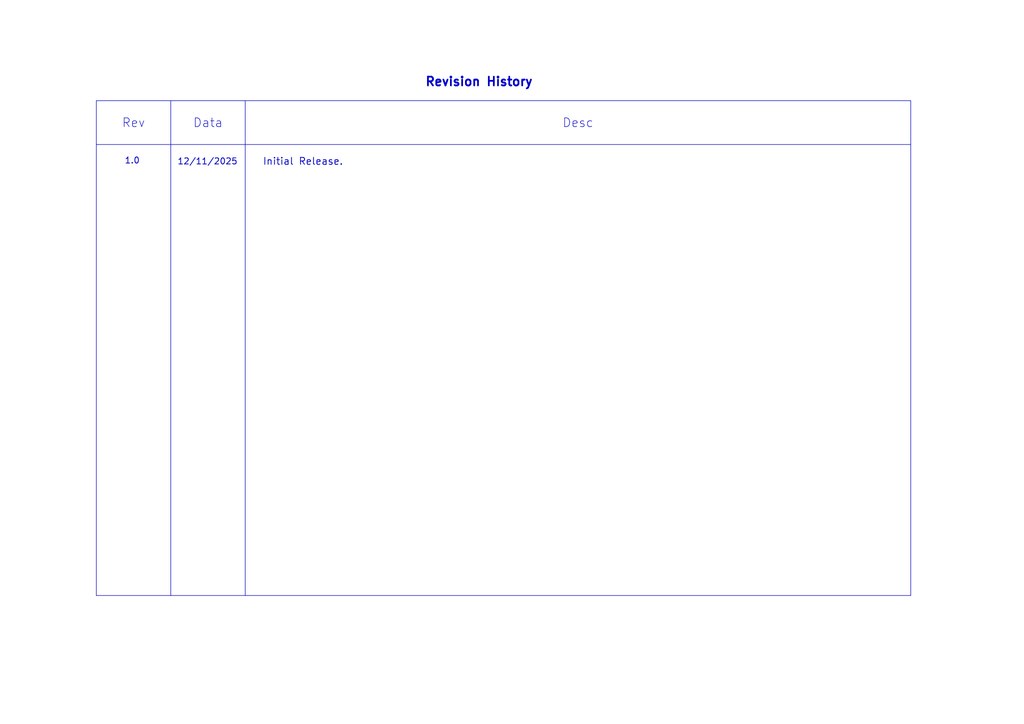
<source format=kicad_sch>
(kicad_sch
	(version 20250114)
	(generator "eeschema")
	(generator_version "9.0")
	(uuid "ab1918d7-2bbe-487f-aa5b-051eab251b31")
	(paper "A4")
	(title_block
		(title "Revision History")
		(rev "v1.0")
		(company "RICKY")
	)
	(lib_symbols)
	(text "1.0"
		(exclude_from_sim no)
		(at 38.354 46.736 0)
		(effects
			(font
				(size 1.778 1.778)
				(thickness 0.2223)
			)
		)
		(uuid "3c2bed2e-414d-49da-bdc9-060341942377")
	)
	(text "Revision History"
		(exclude_from_sim no)
		(at 138.938 23.876 0)
		(effects
			(font
				(size 2.54 2.54)
				(thickness 0.508)
				(bold yes)
			)
		)
		(uuid "8b751052-c802-4aee-ab06-ca3c82116f51")
	)
	(text "12/11/2025"
		(exclude_from_sim no)
		(at 60.198 46.99 0)
		(effects
			(font
				(size 1.778 1.778)
				(thickness 0.2223)
			)
		)
		(uuid "95b73383-c450-4301-a942-dfb8ed20560f")
	)
	(text "Initial Release."
		(exclude_from_sim no)
		(at 87.884 46.99 0)
		(effects
			(font
				(size 2.032 2.032)
				(thickness 0.2223)
			)
		)
		(uuid "fffdeb18-f7c5-448f-9de0-f0d4636edd21")
	)
	(table
		(column_count 3)
		(border
			(external yes)
			(header yes)
			(stroke
				(width 0)
				(type solid)
			)
		)
		(separators
			(rows yes)
			(cols yes)
			(stroke
				(width 0)
				(type solid)
			)
		)
		(column_widths 21.59 21.59 193.04)
		(row_heights 12.7 130.81)
		(cells
			(table_cell "Rev"
				(exclude_from_sim no)
				(at 27.94 29.21 0)
				(size 21.59 12.7)
				(margins 0.9525 0.9525 0.9525 0.9525)
				(span 1 1)
				(fill
					(type none)
				)
				(effects
					(font
						(size 2.54 2.54)
					)
				)
				(uuid "6db4ec4f-9c58-4cfa-b444-1198f628aefe")
			)
			(table_cell "Data"
				(exclude_from_sim no)
				(at 49.53 29.21 0)
				(size 21.59 12.7)
				(margins 0.9525 0.9525 0.9525 0.9525)
				(span 1 1)
				(fill
					(type none)
				)
				(effects
					(font
						(size 2.54 2.54)
					)
				)
				(uuid "7226be4b-0be3-4b0a-8832-73eeab5dcfbf")
			)
			(table_cell "Desc"
				(exclude_from_sim no)
				(at 71.12 29.21 0)
				(size 193.04 12.7)
				(margins 0.9525 0.9525 0.9525 0.9525)
				(span 1 1)
				(fill
					(type none)
				)
				(effects
					(font
						(size 2.54 2.54)
					)
				)
				(uuid "81059d9a-e193-4a05-8377-946bf92d5e25")
			)
			(table_cell ""
				(exclude_from_sim no)
				(at 27.94 41.91 0)
				(size 21.59 130.81)
				(margins 0.9525 0.9525 0.9525 0.9525)
				(span 1 1)
				(fill
					(type none)
				)
				(effects
					(font
						(size 1.27 1.27)
					)
					(justify left top)
				)
				(uuid "c4342c7d-b5dc-491a-ab8d-c9749dd10a2c")
			)
			(table_cell ""
				(exclude_from_sim no)
				(at 49.53 41.91 0)
				(size 21.59 130.81)
				(margins 0.9525 0.9525 0.9525 0.9525)
				(span 1 1)
				(fill
					(type none)
				)
				(effects
					(font
						(size 1.27 1.27)
					)
					(justify left top)
				)
				(uuid "1b022e26-d81d-479e-8701-c23e6a8652af")
			)
			(table_cell ""
				(exclude_from_sim no)
				(at 71.12 41.91 0)
				(size 193.04 130.81)
				(margins 0.9525 0.9525 0.9525 0.9525)
				(span 1 1)
				(fill
					(type none)
				)
				(effects
					(font
						(size 1.27 1.27)
					)
					(justify left top)
				)
				(uuid "a4f19740-9f9b-4c0c-9fcd-c450a0af8702")
			)
		)
	)
)

</source>
